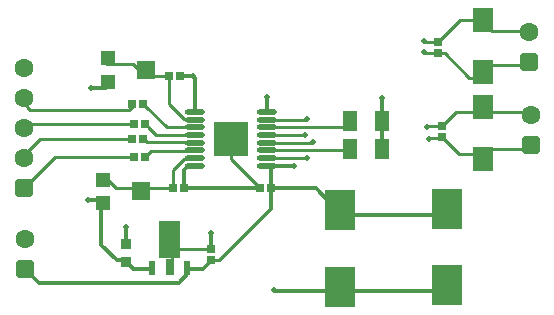
<source format=gbr>
G04*
G04 #@! TF.GenerationSoftware,Altium Limited,Altium Designer,23.3.1 (30)*
G04*
G04 Layer_Physical_Order=1*
G04 Layer_Color=255*
%FSLAX44Y44*%
%MOMM*%
G71*
G04*
G04 #@! TF.SameCoordinates,C21C2CC1-9CAE-44D3-A5A2-357AACA34620*
G04*
G04*
G04 #@! TF.FilePolarity,Positive*
G04*
G01*
G75*
%ADD15R,1.2000X1.2000*%
%ADD16R,1.5000X1.6000*%
%ADD17R,0.5500X1.3000*%
%ADD18R,0.8000X1.4750*%
%ADD19R,2.5000X3.5000*%
%ADD20R,0.9121X0.9587*%
%ADD21R,0.6725X0.7393*%
%ADD22R,0.7154X0.6725*%
%ADD23O,1.7000X0.4500*%
%ADD24R,3.0000X3.0000*%
%ADD25R,0.7000X0.6500*%
%ADD26R,1.1557X1.7082*%
%ADD27R,1.8000X2.1000*%
%ADD38C,0.3000*%
%ADD39C,0.2540*%
G04:AMPARAMS|DCode=40|XSize=1.6mm|YSize=1.6mm|CornerRadius=0.4mm|HoleSize=0mm|Usage=FLASHONLY|Rotation=90.000|XOffset=0mm|YOffset=0mm|HoleType=Round|Shape=RoundedRectangle|*
%AMROUNDEDRECTD40*
21,1,1.6000,0.8000,0,0,90.0*
21,1,0.8000,1.6000,0,0,90.0*
1,1,0.8000,0.4000,0.4000*
1,1,0.8000,0.4000,-0.4000*
1,1,0.8000,-0.4000,-0.4000*
1,1,0.8000,-0.4000,0.4000*
%
%ADD40ROUNDEDRECTD40*%
%ADD41C,1.6000*%
%ADD42C,0.5000*%
G36*
X1031120Y649350D02*
Y680850D01*
X1049620D01*
Y649350D01*
X1031120D01*
D02*
G37*
D15*
X984030Y716120D02*
D03*
Y696120D02*
D03*
X987840Y818990D02*
D03*
Y798990D02*
D03*
D16*
X1016530Y706120D02*
D03*
X1020340Y808990D02*
D03*
D17*
X1025370Y641350D02*
D03*
X1055370D02*
D03*
D18*
X1040370Y642225D02*
D03*
D19*
X1275080Y626630D02*
D03*
Y691630D02*
D03*
X1184910Y625360D02*
D03*
Y690360D02*
D03*
D20*
X1003300Y661317D02*
D03*
Y646783D02*
D03*
D21*
X1075690Y657031D02*
D03*
Y647700D02*
D03*
X1267460Y832706D02*
D03*
Y823374D02*
D03*
X1271270Y761586D02*
D03*
Y752254D02*
D03*
D22*
X1126490Y708660D02*
D03*
X1116919D02*
D03*
D23*
X1061700Y773320D02*
D03*
Y766820D02*
D03*
Y760320D02*
D03*
Y753820D02*
D03*
Y747320D02*
D03*
Y740820D02*
D03*
Y734320D02*
D03*
Y727820D02*
D03*
X1122700Y773320D02*
D03*
Y766820D02*
D03*
Y760320D02*
D03*
Y753820D02*
D03*
Y747320D02*
D03*
Y740820D02*
D03*
Y734320D02*
D03*
Y727820D02*
D03*
D24*
X1092200Y750570D02*
D03*
D25*
X1009980Y735330D02*
D03*
X1019480D02*
D03*
X1008710Y750570D02*
D03*
X1018210D02*
D03*
X1040130Y803910D02*
D03*
X1049630D02*
D03*
X1043000Y708660D02*
D03*
X1052500D02*
D03*
X1008710Y779780D02*
D03*
X1018210D02*
D03*
X1009980Y763270D02*
D03*
X1019480D02*
D03*
D26*
X1220262Y741680D02*
D03*
X1192738D02*
D03*
X1220262Y765810D02*
D03*
X1192738D02*
D03*
D27*
X1305560Y851310D02*
D03*
Y807310D02*
D03*
Y777650D02*
D03*
Y733650D02*
D03*
D38*
X1052500Y708660D02*
X1116704D01*
X1131194Y621550D02*
X1280160D01*
X1002293Y647557D02*
X1006361Y643489D01*
X1006594D01*
X1009423Y640660D01*
X1026400D01*
X1002293Y647557D02*
Y647790D01*
X1130827Y621917D02*
X1131194Y621550D01*
X1129030Y622300D02*
X1129413Y621917D01*
X1130827D01*
X982615Y661171D02*
X995997Y647790D01*
X982615Y661171D02*
Y695975D01*
X995997Y647790D02*
X1002293D01*
X982615Y695975D02*
X985300Y698660D01*
X971550Y698500D02*
X985140D01*
X1083310Y647700D02*
X1126490Y690880D01*
X918210Y640080D02*
X929640Y628650D01*
X1048140D02*
X1056400Y636910D01*
X929640Y628650D02*
X1048140D01*
X1126490Y690880D02*
Y708660D01*
X974090Y793750D02*
X986410D01*
X1126490Y727820D02*
X1145430D01*
X1122680Y773340D02*
Y786130D01*
X1075690Y657031D02*
Y670560D01*
X1049630Y803910D02*
X1060450D01*
X1061700Y773320D02*
Y801994D01*
X1220470Y766018D02*
Y784860D01*
X1220262Y741680D02*
Y765810D01*
X1003300Y661317D02*
Y675640D01*
X1052500Y724340D02*
X1055980Y727820D01*
X1052500Y708660D02*
Y724340D01*
X1181100Y686550D02*
X1264610D01*
X1163990Y708660D02*
X1181100Y691550D01*
X1126490Y708660D02*
X1163320D01*
X1126490D02*
Y726915D01*
X1056400Y640660D02*
X1068984D01*
X1075690Y647366D01*
D39*
X1092200Y733164D02*
Y739570D01*
Y733164D02*
X1116704Y708660D01*
X1092116Y739486D02*
X1093238Y740608D01*
X1088390Y745456D02*
X1093238Y740608D01*
X1081200Y739570D02*
X1088390Y746760D01*
X1116704Y708660D02*
X1116919D01*
X1088390Y745456D02*
Y746760D01*
X1081200Y739570D02*
Y739570D01*
X1042607Y651671D02*
X1047968Y657031D01*
X1042607Y642742D02*
Y651671D01*
X1041400Y641535D02*
X1042607Y642742D01*
X1021270Y747760D02*
X1053624D01*
X1018210Y750570D02*
X1018460D01*
X1021270Y747760D01*
X1019730Y735330D02*
X1021710Y737310D01*
Y737560D02*
X1024530Y740380D01*
X1019480Y735330D02*
X1019730D01*
X1021710Y737310D02*
Y737560D01*
X1024530Y740380D02*
X1053624D01*
X1053689Y740445D01*
X1061325D01*
X1061700Y740820D01*
X916940Y736600D02*
X930910Y750570D01*
X1008710D01*
X1053624Y747760D02*
X1053689Y747695D01*
X1061325D02*
X1061700Y747320D01*
X1053689Y747695D02*
X1061325D01*
X924392Y763270D02*
X1009980D01*
X916940Y759460D02*
X920582D01*
X924392Y763270D01*
X1019480D02*
X1019730D01*
X1021710Y761040D02*
X1028930Y753820D01*
X1019730Y763270D02*
X1021710Y761290D01*
X1028930Y753820D02*
X1061700D01*
X1021710Y761040D02*
Y761290D01*
X1019788Y778452D02*
X1020440Y777800D01*
X1020520D01*
X1038000Y760320D02*
X1061700D01*
X1019788Y778452D02*
Y778532D01*
X1020520Y777800D02*
X1038000Y760320D01*
X1005840Y774700D02*
X1009650Y778510D01*
X1181100Y686550D02*
Y691550D01*
X1019070Y803910D02*
X1040130D01*
X1075690Y647700D02*
X1083310D01*
X985140Y698500D02*
X985300Y698660D01*
X986410Y793750D02*
X986570Y793910D01*
X1145430Y727820D02*
X1145540Y727710D01*
X1156710Y734320D02*
X1156970Y734060D01*
X1122700Y734320D02*
X1156710D01*
X1122700Y727820D02*
X1125585D01*
X1122700Y753820D02*
X1155230D01*
X1155420Y754010D01*
X1122700Y747320D02*
X1162050D01*
X1192738Y765588D02*
Y768350D01*
X1122700Y760320D02*
X1187470D01*
X1192738Y765588D01*
X1122680Y773340D02*
X1122700Y773320D01*
X1047968Y657031D02*
X1075690D01*
X1060450Y803244D02*
X1061700Y801994D01*
X1060450Y803244D02*
Y803910D01*
X1220262Y765810D02*
X1220470Y766018D01*
X1055980Y727820D02*
X1061700D01*
X985300Y718660D02*
X994800Y709160D01*
X1017300D01*
X1017800Y708660D01*
X919516Y777205D02*
X922020Y774700D01*
X919516Y777205D02*
Y782284D01*
X916940Y784860D02*
X919516Y782284D01*
X922020Y774700D02*
X1005840D01*
X1300782Y802532D02*
X1311050Y812800D01*
X1273396Y823374D02*
X1294238Y802532D01*
X1257551Y823374D02*
X1273396D01*
X1294238Y802532D02*
X1300782D01*
X1300480Y733650D02*
Y735220D01*
X1285654Y737870D02*
X1297830D01*
X1273697Y749828D02*
X1285654Y737870D01*
X1297830D02*
X1300480Y735220D01*
X1271270Y761920D02*
X1282780Y773430D01*
X1346200D01*
X1305560Y733650D02*
Y733950D01*
X1313290Y741680D01*
X1346200D01*
X1341120Y812800D02*
X1344930Y816610D01*
X1311050Y812800D02*
X1341120D01*
X1305560Y849810D02*
Y851310D01*
X1313290Y842080D02*
X1314790D01*
X1286064Y851310D02*
X1305560D01*
Y849810D02*
X1313290Y842080D01*
X1314790D02*
X1314860Y842010D01*
X1344930D01*
X1267460Y833040D02*
X1269552Y835132D01*
X1269887D02*
X1284303Y849549D01*
X1284303D01*
X1286064Y851310D01*
X1269552Y835132D02*
X1269887D01*
X1267460Y832706D02*
Y833040D01*
X1256696Y824230D02*
X1257551Y823374D01*
X1256030Y824230D02*
X1256696D01*
X1256237Y832913D02*
X1267253D01*
X1267460Y832706D01*
X1256030Y833120D02*
X1256237Y832913D01*
X1271270Y751920D02*
Y752254D01*
Y751920D02*
X1273362Y749828D01*
X1273697D01*
X1271270Y761586D02*
Y761920D01*
X1260311Y751041D02*
X1270056D01*
X1259840Y750570D02*
X1260311Y751041D01*
X1270056D02*
X1271270Y752254D01*
X1258998Y761158D02*
X1270842D01*
X1258570Y760730D02*
X1258998Y761158D01*
X1270842D02*
X1271270Y761586D01*
X1122700Y740820D02*
X1192738D01*
X1122700Y766820D02*
X1156710D01*
X1156970Y767080D01*
X1125585Y727820D02*
X1126490Y726915D01*
X1075690Y647366D02*
Y647700D01*
X1056400Y636910D02*
Y640660D01*
X1043000Y708660D02*
Y723940D01*
X1053005Y733945D01*
X1061325D01*
X1061700Y734320D01*
X1017800Y708660D02*
X1043000D01*
X1053005Y767195D02*
X1061325D01*
X1061700Y766820D01*
X1040130Y780070D02*
X1053005Y767195D01*
X1040130Y780070D02*
Y803910D01*
X916940Y708660D02*
X942685Y734405D01*
X943610Y735330D02*
X1009980D01*
X942685Y734405D02*
X942685D01*
X943610Y735330D01*
X916940Y734060D02*
Y736600D01*
X986570Y813910D02*
X1009570D01*
X1019070Y804410D01*
Y803910D02*
Y804410D01*
D40*
X918210Y640080D02*
D03*
X1344930Y815340D02*
D03*
X916940Y708660D02*
D03*
X1346200Y745490D02*
D03*
D41*
X918210Y665480D02*
D03*
X1344930Y840740D02*
D03*
X916940Y810260D02*
D03*
Y784860D02*
D03*
Y734060D02*
D03*
Y759460D02*
D03*
X1346200Y770890D02*
D03*
D42*
X1129030Y622300D02*
D03*
X974090Y793750D02*
D03*
X971550Y698500D02*
D03*
X1145540Y727710D02*
D03*
X1155420Y754010D02*
D03*
X1156970Y734060D02*
D03*
X1162050Y748030D02*
D03*
X1122680Y786130D02*
D03*
X1075690Y670560D02*
D03*
X1060450Y803910D02*
D03*
X1220470Y784860D02*
D03*
X1003300Y675640D02*
D03*
X1258570Y760730D02*
D03*
X1259840Y750570D02*
D03*
X1256030Y824230D02*
D03*
Y833120D02*
D03*
X1156970Y767080D02*
D03*
X1081200Y761570D02*
D03*
X1092200D02*
D03*
X1103200D02*
D03*
X1081200Y750570D02*
D03*
X1092200D02*
D03*
X1103200D02*
D03*
X1081200Y739570D02*
D03*
X1092200D02*
D03*
X1103200D02*
D03*
M02*

</source>
